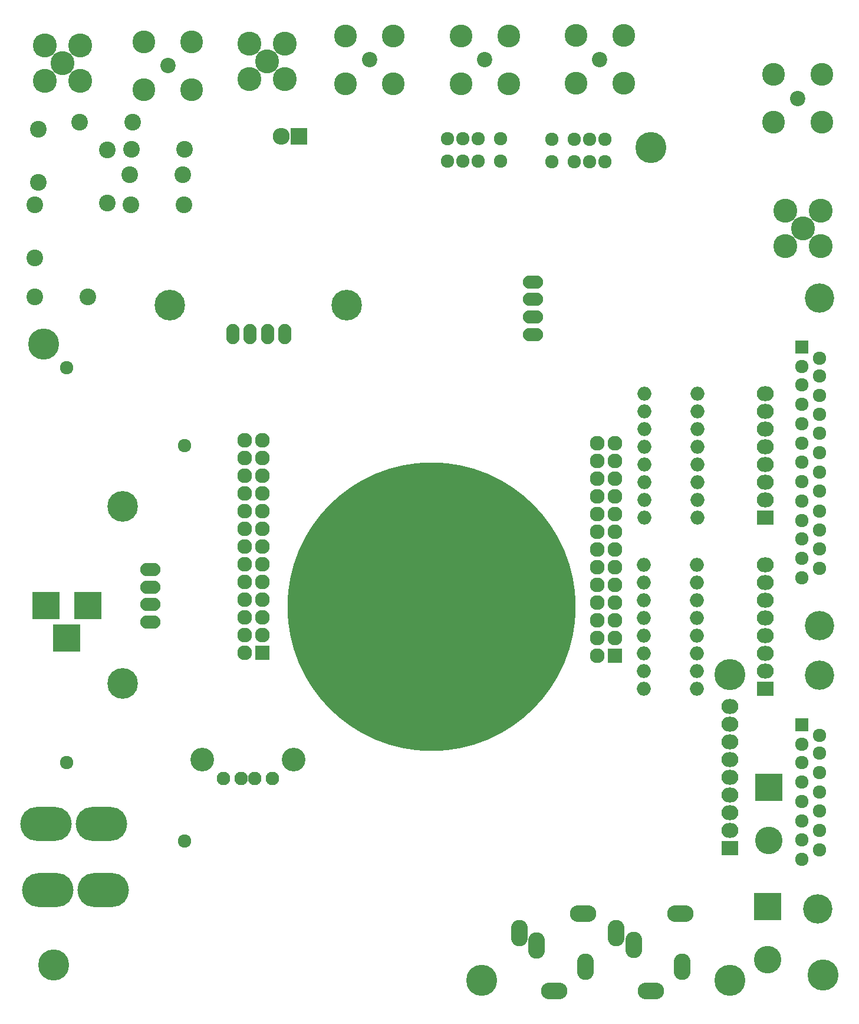
<source format=gbr>
G04 #@! TF.FileFunction,Soldermask,Bot*
%FSLAX46Y46*%
G04 Gerber Fmt 4.6, Leading zero omitted, Abs format (unit mm)*
G04 Created by KiCad (PCBNEW 4.0.1-3.201512221401+6198~38~ubuntu15.10.1-stable) date Tue 04 Oct 2016 03:44:24 PM PDT*
%MOMM*%
G01*
G04 APERTURE LIST*
%ADD10C,0.100000*%
%ADD11C,4.464000*%
%ADD12O,2.000000X2.000000*%
%ADD13R,2.127200X2.127200*%
%ADD14O,2.127200X2.127200*%
%ADD15C,2.398980*%
%ADD16O,2.899360X1.901140*%
%ADD17C,1.924000*%
%ADD18C,2.200000*%
%ADD19C,3.280000*%
%ADD20C,3.448000*%
%ADD21R,2.432000X2.432000*%
%ADD22O,2.432000X2.432000*%
%ADD23C,4.400000*%
%ADD24O,7.400000X4.900000*%
%ADD25O,1.901140X2.899360*%
%ADD26R,3.900120X3.900120*%
%ADD27C,3.940760*%
%ADD28R,3.940760X3.940760*%
%ADD29R,2.432000X2.127200*%
%ADD30O,2.432000X2.127200*%
%ADD31C,4.210000*%
%ADD32R,1.924000X1.924000*%
%ADD33C,41.400000*%
%ADD34C,1.940000*%
%ADD35C,3.400000*%
%ADD36O,3.800000X2.400000*%
%ADD37O,2.400000X3.800000*%
G04 APERTURE END LIST*
D10*
D11*
X136815000Y-45990000D03*
X49585000Y-74180000D03*
X50980000Y-163240000D03*
X161520000Y-164635000D03*
X112460000Y-165405000D03*
X148150000Y-165405000D03*
D12*
X135745000Y-105795000D03*
X135745000Y-108335000D03*
X135745000Y-110875000D03*
X135745000Y-113415000D03*
X135745000Y-115955000D03*
X135745000Y-118495000D03*
X135745000Y-121035000D03*
X135745000Y-123575000D03*
X143365000Y-123575000D03*
X143365000Y-121035000D03*
X143365000Y-118495000D03*
X143365000Y-115955000D03*
X143365000Y-113415000D03*
X143365000Y-110875000D03*
X143365000Y-108335000D03*
X143365000Y-105795000D03*
D13*
X131612160Y-118838160D03*
D14*
X129072160Y-118838160D03*
X131612160Y-116298160D03*
X129072160Y-116298160D03*
X131612160Y-113758160D03*
X129072160Y-113758160D03*
X131612160Y-111218160D03*
X129072160Y-111218160D03*
X131612160Y-108678160D03*
X129072160Y-108678160D03*
X131612160Y-106138160D03*
X129072160Y-106138160D03*
X131612160Y-103598160D03*
X129072160Y-103598160D03*
X131612160Y-101058160D03*
X129072160Y-101058160D03*
X131612160Y-98518160D03*
X129072160Y-98518160D03*
X131612160Y-95978160D03*
X129072160Y-95978160D03*
X131612160Y-93438160D03*
X129072160Y-93438160D03*
X131612160Y-90898160D03*
X129072160Y-90898160D03*
X131612160Y-88358160D03*
X129072160Y-88358160D03*
D15*
X62150000Y-46265000D03*
X69770000Y-46265000D03*
D13*
X81017900Y-118459700D03*
D14*
X78477900Y-118459700D03*
X81017900Y-115919700D03*
X78477900Y-115919700D03*
X81017900Y-113379700D03*
X78477900Y-113379700D03*
X81017900Y-110839700D03*
X78477900Y-110839700D03*
X81017900Y-108299700D03*
X78477900Y-108299700D03*
X81017900Y-105759700D03*
X78477900Y-105759700D03*
X81017900Y-103219700D03*
X78477900Y-103219700D03*
X81017900Y-100679700D03*
X78477900Y-100679700D03*
X81017900Y-98139700D03*
X78477900Y-98139700D03*
X81017900Y-95599700D03*
X78477900Y-95599700D03*
X81017900Y-93059700D03*
X78477900Y-93059700D03*
X81017900Y-90519700D03*
X78477900Y-90519700D03*
X81017900Y-87979700D03*
X78477900Y-87979700D03*
D16*
X119855000Y-70275000D03*
X119855000Y-72775000D03*
X119855000Y-67775000D03*
X119855000Y-65275000D03*
D17*
X115200000Y-44705000D03*
X112000000Y-44705000D03*
X109800000Y-44705000D03*
X107600000Y-44705000D03*
X115200000Y-47905000D03*
X112000000Y-47905000D03*
X109800000Y-47905000D03*
X107600000Y-47905000D03*
D18*
X112920000Y-33395000D03*
D19*
X116350000Y-36825000D03*
X109490000Y-36825000D03*
X109490000Y-29965000D03*
X116350000Y-29965000D03*
D18*
X129450000Y-33330000D03*
D19*
X132880000Y-36760000D03*
X126020000Y-36760000D03*
X126020000Y-29900000D03*
X132880000Y-29900000D03*
D17*
X122550000Y-48005000D03*
X125750000Y-48005000D03*
X127950000Y-48005000D03*
X130150000Y-48005000D03*
X122550000Y-44805000D03*
X125750000Y-44805000D03*
X127950000Y-44805000D03*
X130150000Y-44805000D03*
D20*
X158626227Y-57543329D03*
X161166227Y-55003329D03*
X161166227Y-60083329D03*
X156086227Y-60083329D03*
X156086227Y-55003329D03*
D18*
X157861600Y-38929680D03*
D19*
X154431600Y-42359680D03*
X154431600Y-35499680D03*
X161291600Y-35499680D03*
X161291600Y-42359680D03*
D18*
X96375000Y-33365000D03*
D19*
X99805000Y-36795000D03*
X92945000Y-36795000D03*
X92945000Y-29935000D03*
X99805000Y-29935000D03*
D20*
X81685000Y-33625000D03*
X79145000Y-31085000D03*
X84225000Y-31085000D03*
X84225000Y-36165000D03*
X79145000Y-36165000D03*
D21*
X86245000Y-44330000D03*
D22*
X83705000Y-44330000D03*
D18*
X67410000Y-34230000D03*
D19*
X70840000Y-37660000D03*
X63980000Y-37660000D03*
X63980000Y-30800000D03*
X70840000Y-30800000D03*
D15*
X69720000Y-54210000D03*
X62100000Y-54210000D03*
X69575000Y-49895000D03*
X61955000Y-49895000D03*
D23*
X60880000Y-97450000D03*
X60880000Y-122850000D03*
D16*
X64925000Y-111520000D03*
X64925000Y-114020000D03*
X64925000Y-109020000D03*
X64925000Y-106520000D03*
D24*
X50205000Y-152505000D03*
X58105000Y-152505000D03*
D23*
X67675000Y-68590000D03*
X93075000Y-68590000D03*
D24*
X49945000Y-143015000D03*
X57845000Y-143015000D03*
D17*
X52870000Y-77515000D03*
X52870000Y-134215000D03*
D25*
X79240000Y-72705000D03*
X76740000Y-72705000D03*
X81740000Y-72705000D03*
X84240000Y-72705000D03*
D12*
X135825000Y-81290000D03*
X135825000Y-83830000D03*
X135825000Y-86370000D03*
X135825000Y-88910000D03*
X135825000Y-91450000D03*
X135825000Y-93990000D03*
X135825000Y-96530000D03*
X135825000Y-99070000D03*
X143445000Y-99070000D03*
X143445000Y-96530000D03*
X143445000Y-93990000D03*
X143445000Y-91450000D03*
X143445000Y-88910000D03*
X143445000Y-86370000D03*
X143445000Y-83830000D03*
X143445000Y-81290000D03*
D26*
X55910000Y-111645000D03*
X49910520Y-111645000D03*
X52910260Y-116344000D03*
D20*
X52250000Y-33835000D03*
X49710000Y-36375000D03*
X49710000Y-31295000D03*
X54790000Y-31295000D03*
X54790000Y-36375000D03*
D15*
X48780000Y-50940000D03*
X48780000Y-43320000D03*
X62390000Y-42375000D03*
X54770000Y-42375000D03*
X48340000Y-61780000D03*
X48340000Y-54160000D03*
X58685000Y-46345000D03*
X58685000Y-53965000D03*
X55910000Y-67360000D03*
X48290000Y-67360000D03*
D17*
X69815000Y-88760000D03*
X69815000Y-145460000D03*
D27*
X153685000Y-145375000D03*
D28*
X153685000Y-137755000D03*
D27*
X153555000Y-162445000D03*
D28*
X153555000Y-154825000D03*
D29*
X148150000Y-146435000D03*
D30*
X148150000Y-143895000D03*
X148150000Y-141355000D03*
X148150000Y-138815000D03*
X148150000Y-136275000D03*
X148150000Y-133735000D03*
X148150000Y-131195000D03*
X148150000Y-128655000D03*
X148150000Y-126115000D03*
D29*
X153215000Y-123580000D03*
D30*
X153215000Y-121040000D03*
X153215000Y-118500000D03*
X153215000Y-115960000D03*
X153215000Y-113420000D03*
X153215000Y-110880000D03*
X153215000Y-108340000D03*
X153215000Y-105800000D03*
D29*
X153215000Y-99035000D03*
D30*
X153215000Y-96495000D03*
X153215000Y-93955000D03*
X153215000Y-91415000D03*
X153215000Y-88875000D03*
X153215000Y-86335000D03*
X153215000Y-83795000D03*
X153215000Y-81255000D03*
D31*
X160741000Y-155183000D03*
X160995000Y-121655000D03*
D32*
X158455000Y-128767000D03*
D17*
X158455000Y-131561000D03*
X158455000Y-134228000D03*
X158455000Y-137022000D03*
X158455000Y-139816000D03*
X158455000Y-142610000D03*
X158455000Y-145277000D03*
X158455000Y-148071000D03*
X160995000Y-130341800D03*
X160995000Y-132881800D03*
X160995000Y-135675800D03*
X160995000Y-138419000D03*
X160995000Y-141162200D03*
X160995000Y-143956200D03*
X160995000Y-146699400D03*
D31*
X160965000Y-114595000D03*
X160965000Y-67605000D03*
D32*
X158425000Y-74590000D03*
D17*
X158425000Y-77384000D03*
X158425000Y-80051000D03*
X158425000Y-82845000D03*
X158425000Y-85639000D03*
X158425000Y-88433000D03*
X158425000Y-91100000D03*
X158425000Y-93894000D03*
X158425000Y-96688000D03*
X158425000Y-99482000D03*
X158425000Y-102149000D03*
X158425000Y-104943000D03*
X158425000Y-107737000D03*
X160965000Y-76164800D03*
X160965000Y-78704800D03*
X160965000Y-81498800D03*
X160965000Y-84242000D03*
X160965000Y-86985200D03*
X160965000Y-89779200D03*
X160965000Y-92522400D03*
X160965000Y-95265600D03*
X160965000Y-98110400D03*
X160965000Y-100802800D03*
X160965000Y-103546000D03*
X160965000Y-106340000D03*
D33*
X105250000Y-111805000D03*
D11*
X148150000Y-121615000D03*
D34*
X79925000Y-136475000D03*
X77925000Y-136475000D03*
X82425000Y-136475000D03*
X75425000Y-136475000D03*
D35*
X85495000Y-133765000D03*
X72355000Y-133765000D03*
D36*
X122880000Y-167005000D03*
D37*
X120380000Y-160405000D03*
X117880000Y-158705000D03*
X127380000Y-163505000D03*
D36*
X127080000Y-155905000D03*
X136790000Y-166975000D03*
D37*
X134290000Y-160375000D03*
X131790000Y-158675000D03*
X141290000Y-163475000D03*
D36*
X140990000Y-155875000D03*
M02*

</source>
